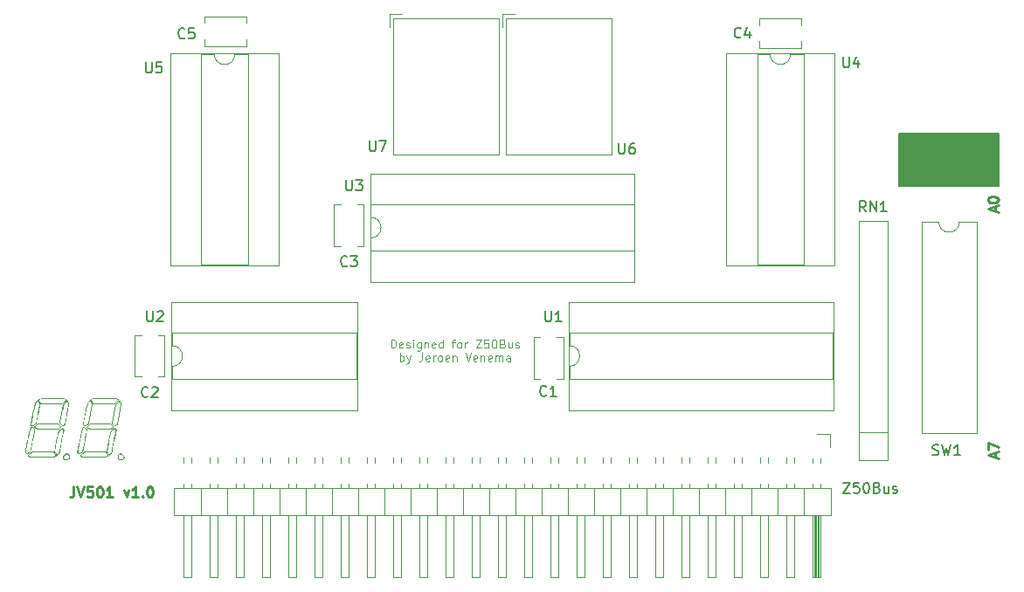
<source format=gto>
G04 #@! TF.GenerationSoftware,KiCad,Pcbnew,(6.0.6)*
G04 #@! TF.CreationDate,2022-12-03T11:10:18+01:00*
G04 #@! TF.ProjectId,z50-7segment,7a35302d-3773-4656-976d-656e742e6b69,rev?*
G04 #@! TF.SameCoordinates,Original*
G04 #@! TF.FileFunction,Legend,Top*
G04 #@! TF.FilePolarity,Positive*
%FSLAX46Y46*%
G04 Gerber Fmt 4.6, Leading zero omitted, Abs format (unit mm)*
G04 Created by KiCad (PCBNEW (6.0.6)) date 2022-12-03 11:10:18*
%MOMM*%
%LPD*%
G01*
G04 APERTURE LIST*
%ADD10C,0.125000*%
%ADD11C,0.250000*%
%ADD12C,0.150000*%
%ADD13C,0.120000*%
%ADD14C,1.600000*%
%ADD15R,2.400000X1.600000*%
%ADD16O,2.400000X1.600000*%
%ADD17R,1.600000X2.400000*%
%ADD18O,1.600000X2.400000*%
%ADD19R,1.700000X1.700000*%
%ADD20C,1.700000*%
%ADD21R,1.600000X1.600000*%
%ADD22O,1.600000X1.600000*%
%ADD23O,1.700000X1.700000*%
G04 APERTURE END LIST*
D10*
X139243571Y-104111904D02*
X139243571Y-103311904D01*
X139434047Y-103311904D01*
X139548333Y-103350000D01*
X139624523Y-103426190D01*
X139662619Y-103502380D01*
X139700714Y-103654761D01*
X139700714Y-103769047D01*
X139662619Y-103921428D01*
X139624523Y-103997619D01*
X139548333Y-104073809D01*
X139434047Y-104111904D01*
X139243571Y-104111904D01*
X140348333Y-104073809D02*
X140272142Y-104111904D01*
X140119761Y-104111904D01*
X140043571Y-104073809D01*
X140005476Y-103997619D01*
X140005476Y-103692857D01*
X140043571Y-103616666D01*
X140119761Y-103578571D01*
X140272142Y-103578571D01*
X140348333Y-103616666D01*
X140386428Y-103692857D01*
X140386428Y-103769047D01*
X140005476Y-103845238D01*
X140691190Y-104073809D02*
X140767380Y-104111904D01*
X140919761Y-104111904D01*
X140995952Y-104073809D01*
X141034047Y-103997619D01*
X141034047Y-103959523D01*
X140995952Y-103883333D01*
X140919761Y-103845238D01*
X140805476Y-103845238D01*
X140729285Y-103807142D01*
X140691190Y-103730952D01*
X140691190Y-103692857D01*
X140729285Y-103616666D01*
X140805476Y-103578571D01*
X140919761Y-103578571D01*
X140995952Y-103616666D01*
X141376904Y-104111904D02*
X141376904Y-103578571D01*
X141376904Y-103311904D02*
X141338809Y-103350000D01*
X141376904Y-103388095D01*
X141415000Y-103350000D01*
X141376904Y-103311904D01*
X141376904Y-103388095D01*
X142100714Y-103578571D02*
X142100714Y-104226190D01*
X142062619Y-104302380D01*
X142024523Y-104340476D01*
X141948333Y-104378571D01*
X141834047Y-104378571D01*
X141757857Y-104340476D01*
X142100714Y-104073809D02*
X142024523Y-104111904D01*
X141872142Y-104111904D01*
X141795952Y-104073809D01*
X141757857Y-104035714D01*
X141719761Y-103959523D01*
X141719761Y-103730952D01*
X141757857Y-103654761D01*
X141795952Y-103616666D01*
X141872142Y-103578571D01*
X142024523Y-103578571D01*
X142100714Y-103616666D01*
X142481666Y-103578571D02*
X142481666Y-104111904D01*
X142481666Y-103654761D02*
X142519761Y-103616666D01*
X142595952Y-103578571D01*
X142710238Y-103578571D01*
X142786428Y-103616666D01*
X142824523Y-103692857D01*
X142824523Y-104111904D01*
X143510238Y-104073809D02*
X143434047Y-104111904D01*
X143281666Y-104111904D01*
X143205476Y-104073809D01*
X143167380Y-103997619D01*
X143167380Y-103692857D01*
X143205476Y-103616666D01*
X143281666Y-103578571D01*
X143434047Y-103578571D01*
X143510238Y-103616666D01*
X143548333Y-103692857D01*
X143548333Y-103769047D01*
X143167380Y-103845238D01*
X144234047Y-104111904D02*
X144234047Y-103311904D01*
X144234047Y-104073809D02*
X144157857Y-104111904D01*
X144005476Y-104111904D01*
X143929285Y-104073809D01*
X143891190Y-104035714D01*
X143853095Y-103959523D01*
X143853095Y-103730952D01*
X143891190Y-103654761D01*
X143929285Y-103616666D01*
X144005476Y-103578571D01*
X144157857Y-103578571D01*
X144234047Y-103616666D01*
X145110238Y-103578571D02*
X145415000Y-103578571D01*
X145224523Y-104111904D02*
X145224523Y-103426190D01*
X145262619Y-103350000D01*
X145338809Y-103311904D01*
X145415000Y-103311904D01*
X145795952Y-104111904D02*
X145719761Y-104073809D01*
X145681666Y-104035714D01*
X145643571Y-103959523D01*
X145643571Y-103730952D01*
X145681666Y-103654761D01*
X145719761Y-103616666D01*
X145795952Y-103578571D01*
X145910238Y-103578571D01*
X145986428Y-103616666D01*
X146024523Y-103654761D01*
X146062619Y-103730952D01*
X146062619Y-103959523D01*
X146024523Y-104035714D01*
X145986428Y-104073809D01*
X145910238Y-104111904D01*
X145795952Y-104111904D01*
X146405476Y-104111904D02*
X146405476Y-103578571D01*
X146405476Y-103730952D02*
X146443571Y-103654761D01*
X146481666Y-103616666D01*
X146557857Y-103578571D01*
X146634047Y-103578571D01*
X147434047Y-103311904D02*
X147967380Y-103311904D01*
X147434047Y-104111904D01*
X147967380Y-104111904D01*
X148653095Y-103311904D02*
X148272142Y-103311904D01*
X148234047Y-103692857D01*
X148272142Y-103654761D01*
X148348333Y-103616666D01*
X148538809Y-103616666D01*
X148615000Y-103654761D01*
X148653095Y-103692857D01*
X148691190Y-103769047D01*
X148691190Y-103959523D01*
X148653095Y-104035714D01*
X148615000Y-104073809D01*
X148538809Y-104111904D01*
X148348333Y-104111904D01*
X148272142Y-104073809D01*
X148234047Y-104035714D01*
X149186428Y-103311904D02*
X149262619Y-103311904D01*
X149338809Y-103350000D01*
X149376904Y-103388095D01*
X149414999Y-103464285D01*
X149453095Y-103616666D01*
X149453095Y-103807142D01*
X149414999Y-103959523D01*
X149376904Y-104035714D01*
X149338809Y-104073809D01*
X149262619Y-104111904D01*
X149186428Y-104111904D01*
X149110238Y-104073809D01*
X149072142Y-104035714D01*
X149034047Y-103959523D01*
X148995952Y-103807142D01*
X148995952Y-103616666D01*
X149034047Y-103464285D01*
X149072142Y-103388095D01*
X149110238Y-103350000D01*
X149186428Y-103311904D01*
X150062619Y-103692857D02*
X150176904Y-103730952D01*
X150214999Y-103769047D01*
X150253095Y-103845238D01*
X150253095Y-103959523D01*
X150214999Y-104035714D01*
X150176904Y-104073809D01*
X150100714Y-104111904D01*
X149795952Y-104111904D01*
X149795952Y-103311904D01*
X150062619Y-103311904D01*
X150138809Y-103350000D01*
X150176904Y-103388095D01*
X150214999Y-103464285D01*
X150214999Y-103540476D01*
X150176904Y-103616666D01*
X150138809Y-103654761D01*
X150062619Y-103692857D01*
X149795952Y-103692857D01*
X150938809Y-103578571D02*
X150938809Y-104111904D01*
X150595952Y-103578571D02*
X150595952Y-103997619D01*
X150634047Y-104073809D01*
X150710238Y-104111904D01*
X150824523Y-104111904D01*
X150900714Y-104073809D01*
X150938809Y-104035714D01*
X151281666Y-104073809D02*
X151357857Y-104111904D01*
X151510238Y-104111904D01*
X151586428Y-104073809D01*
X151624523Y-103997619D01*
X151624523Y-103959523D01*
X151586428Y-103883333D01*
X151510238Y-103845238D01*
X151395952Y-103845238D01*
X151319761Y-103807142D01*
X151281666Y-103730952D01*
X151281666Y-103692857D01*
X151319761Y-103616666D01*
X151395952Y-103578571D01*
X151510238Y-103578571D01*
X151586428Y-103616666D01*
X140081666Y-105399904D02*
X140081666Y-104599904D01*
X140081666Y-104904666D02*
X140157857Y-104866571D01*
X140310238Y-104866571D01*
X140386428Y-104904666D01*
X140424523Y-104942761D01*
X140462619Y-105018952D01*
X140462619Y-105247523D01*
X140424523Y-105323714D01*
X140386428Y-105361809D01*
X140310238Y-105399904D01*
X140157857Y-105399904D01*
X140081666Y-105361809D01*
X140729285Y-104866571D02*
X140919761Y-105399904D01*
X141110238Y-104866571D02*
X140919761Y-105399904D01*
X140843571Y-105590380D01*
X140805476Y-105628476D01*
X140729285Y-105666571D01*
X142253095Y-104599904D02*
X142253095Y-105171333D01*
X142215000Y-105285619D01*
X142138809Y-105361809D01*
X142024523Y-105399904D01*
X141948333Y-105399904D01*
X142938809Y-105361809D02*
X142862619Y-105399904D01*
X142710238Y-105399904D01*
X142634047Y-105361809D01*
X142595952Y-105285619D01*
X142595952Y-104980857D01*
X142634047Y-104904666D01*
X142710238Y-104866571D01*
X142862619Y-104866571D01*
X142938809Y-104904666D01*
X142976904Y-104980857D01*
X142976904Y-105057047D01*
X142595952Y-105133238D01*
X143319761Y-105399904D02*
X143319761Y-104866571D01*
X143319761Y-105018952D02*
X143357857Y-104942761D01*
X143395952Y-104904666D01*
X143472142Y-104866571D01*
X143548333Y-104866571D01*
X143929285Y-105399904D02*
X143853095Y-105361809D01*
X143815000Y-105323714D01*
X143776904Y-105247523D01*
X143776904Y-105018952D01*
X143815000Y-104942761D01*
X143853095Y-104904666D01*
X143929285Y-104866571D01*
X144043571Y-104866571D01*
X144119761Y-104904666D01*
X144157857Y-104942761D01*
X144195952Y-105018952D01*
X144195952Y-105247523D01*
X144157857Y-105323714D01*
X144119761Y-105361809D01*
X144043571Y-105399904D01*
X143929285Y-105399904D01*
X144843571Y-105361809D02*
X144767380Y-105399904D01*
X144615000Y-105399904D01*
X144538809Y-105361809D01*
X144500714Y-105285619D01*
X144500714Y-104980857D01*
X144538809Y-104904666D01*
X144615000Y-104866571D01*
X144767380Y-104866571D01*
X144843571Y-104904666D01*
X144881666Y-104980857D01*
X144881666Y-105057047D01*
X144500714Y-105133238D01*
X145224523Y-104866571D02*
X145224523Y-105399904D01*
X145224523Y-104942761D02*
X145262619Y-104904666D01*
X145338809Y-104866571D01*
X145453095Y-104866571D01*
X145529285Y-104904666D01*
X145567380Y-104980857D01*
X145567380Y-105399904D01*
X146443571Y-104599904D02*
X146710238Y-105399904D01*
X146976904Y-104599904D01*
X147548333Y-105361809D02*
X147472142Y-105399904D01*
X147319761Y-105399904D01*
X147243571Y-105361809D01*
X147205476Y-105285619D01*
X147205476Y-104980857D01*
X147243571Y-104904666D01*
X147319761Y-104866571D01*
X147472142Y-104866571D01*
X147548333Y-104904666D01*
X147586428Y-104980857D01*
X147586428Y-105057047D01*
X147205476Y-105133238D01*
X147929285Y-104866571D02*
X147929285Y-105399904D01*
X147929285Y-104942761D02*
X147967380Y-104904666D01*
X148043571Y-104866571D01*
X148157857Y-104866571D01*
X148234047Y-104904666D01*
X148272142Y-104980857D01*
X148272142Y-105399904D01*
X148957857Y-105361809D02*
X148881666Y-105399904D01*
X148729285Y-105399904D01*
X148653095Y-105361809D01*
X148615000Y-105285619D01*
X148615000Y-104980857D01*
X148653095Y-104904666D01*
X148729285Y-104866571D01*
X148881666Y-104866571D01*
X148957857Y-104904666D01*
X148995952Y-104980857D01*
X148995952Y-105057047D01*
X148615000Y-105133238D01*
X149338809Y-105399904D02*
X149338809Y-104866571D01*
X149338809Y-104942761D02*
X149376904Y-104904666D01*
X149453095Y-104866571D01*
X149567380Y-104866571D01*
X149643571Y-104904666D01*
X149681666Y-104980857D01*
X149681666Y-105399904D01*
X149681666Y-104980857D02*
X149719761Y-104904666D01*
X149795952Y-104866571D01*
X149910238Y-104866571D01*
X149986428Y-104904666D01*
X150024523Y-104980857D01*
X150024523Y-105399904D01*
X150748333Y-105399904D02*
X150748333Y-104980857D01*
X150710238Y-104904666D01*
X150634047Y-104866571D01*
X150481666Y-104866571D01*
X150405476Y-104904666D01*
X150748333Y-105361809D02*
X150672142Y-105399904D01*
X150481666Y-105399904D01*
X150405476Y-105361809D01*
X150367380Y-105285619D01*
X150367380Y-105209428D01*
X150405476Y-105133238D01*
X150481666Y-105095142D01*
X150672142Y-105095142D01*
X150748333Y-105057047D01*
D11*
X108474333Y-117562380D02*
X108474333Y-118276666D01*
X108426714Y-118419523D01*
X108331476Y-118514761D01*
X108188619Y-118562380D01*
X108093380Y-118562380D01*
X108807666Y-117562380D02*
X109141000Y-118562380D01*
X109474333Y-117562380D01*
X110283857Y-117562380D02*
X109807666Y-117562380D01*
X109760047Y-118038571D01*
X109807666Y-117990952D01*
X109902904Y-117943333D01*
X110141000Y-117943333D01*
X110236238Y-117990952D01*
X110283857Y-118038571D01*
X110331476Y-118133809D01*
X110331476Y-118371904D01*
X110283857Y-118467142D01*
X110236238Y-118514761D01*
X110141000Y-118562380D01*
X109902904Y-118562380D01*
X109807666Y-118514761D01*
X109760047Y-118467142D01*
X110950523Y-117562380D02*
X111045761Y-117562380D01*
X111141000Y-117610000D01*
X111188619Y-117657619D01*
X111236238Y-117752857D01*
X111283857Y-117943333D01*
X111283857Y-118181428D01*
X111236238Y-118371904D01*
X111188619Y-118467142D01*
X111141000Y-118514761D01*
X111045761Y-118562380D01*
X110950523Y-118562380D01*
X110855285Y-118514761D01*
X110807666Y-118467142D01*
X110760047Y-118371904D01*
X110712428Y-118181428D01*
X110712428Y-117943333D01*
X110760047Y-117752857D01*
X110807666Y-117657619D01*
X110855285Y-117610000D01*
X110950523Y-117562380D01*
X112236238Y-118562380D02*
X111664809Y-118562380D01*
X111950523Y-118562380D02*
X111950523Y-117562380D01*
X111855285Y-117705238D01*
X111760047Y-117800476D01*
X111664809Y-117848095D01*
X113331476Y-117895714D02*
X113569571Y-118562380D01*
X113807666Y-117895714D01*
X114712428Y-118562380D02*
X114141000Y-118562380D01*
X114426714Y-118562380D02*
X114426714Y-117562380D01*
X114331476Y-117705238D01*
X114236238Y-117800476D01*
X114141000Y-117848095D01*
X115141000Y-118467142D02*
X115188619Y-118514761D01*
X115141000Y-118562380D01*
X115093380Y-118514761D01*
X115141000Y-118467142D01*
X115141000Y-118562380D01*
X115807666Y-117562380D02*
X115902904Y-117562380D01*
X115998142Y-117610000D01*
X116045761Y-117657619D01*
X116093380Y-117752857D01*
X116141000Y-117943333D01*
X116141000Y-118181428D01*
X116093380Y-118371904D01*
X116045761Y-118467142D01*
X115998142Y-118514761D01*
X115902904Y-118562380D01*
X115807666Y-118562380D01*
X115712428Y-118514761D01*
X115664809Y-118467142D01*
X115617190Y-118371904D01*
X115569571Y-118181428D01*
X115569571Y-117943333D01*
X115617190Y-117752857D01*
X115664809Y-117657619D01*
X115712428Y-117610000D01*
X115807666Y-117562380D01*
D12*
X198120000Y-88392000D02*
X188468000Y-88392000D01*
X188468000Y-88392000D02*
X188468000Y-83312000D01*
X188468000Y-83312000D02*
X198120000Y-83312000D01*
X198120000Y-83312000D02*
X198120000Y-88392000D01*
G36*
X198120000Y-88392000D02*
G01*
X188468000Y-88392000D01*
X188468000Y-83312000D01*
X198120000Y-83312000D01*
X198120000Y-88392000D01*
G37*
D11*
X197778666Y-90884285D02*
X197778666Y-90408095D01*
X198064380Y-90979523D02*
X197064380Y-90646190D01*
X198064380Y-90312857D01*
X197064380Y-89789047D02*
X197064380Y-89693809D01*
X197112000Y-89598571D01*
X197159619Y-89550952D01*
X197254857Y-89503333D01*
X197445333Y-89455714D01*
X197683428Y-89455714D01*
X197873904Y-89503333D01*
X197969142Y-89550952D01*
X198016761Y-89598571D01*
X198064380Y-89693809D01*
X198064380Y-89789047D01*
X198016761Y-89884285D01*
X197969142Y-89931904D01*
X197873904Y-89979523D01*
X197683428Y-90027142D01*
X197445333Y-90027142D01*
X197254857Y-89979523D01*
X197159619Y-89931904D01*
X197112000Y-89884285D01*
X197064380Y-89789047D01*
X197778666Y-114760285D02*
X197778666Y-114284095D01*
X198064380Y-114855523D02*
X197064380Y-114522190D01*
X198064380Y-114188857D01*
X197064380Y-113950761D02*
X197064380Y-113284095D01*
X198064380Y-113712666D01*
D12*
X183031142Y-117181380D02*
X183697809Y-117181380D01*
X183031142Y-118181380D01*
X183697809Y-118181380D01*
X184554952Y-117181380D02*
X184078761Y-117181380D01*
X184031142Y-117657571D01*
X184078761Y-117609952D01*
X184174000Y-117562333D01*
X184412095Y-117562333D01*
X184507333Y-117609952D01*
X184554952Y-117657571D01*
X184602571Y-117752809D01*
X184602571Y-117990904D01*
X184554952Y-118086142D01*
X184507333Y-118133761D01*
X184412095Y-118181380D01*
X184174000Y-118181380D01*
X184078761Y-118133761D01*
X184031142Y-118086142D01*
X185221619Y-117181380D02*
X185316857Y-117181380D01*
X185412095Y-117229000D01*
X185459714Y-117276619D01*
X185507333Y-117371857D01*
X185554952Y-117562333D01*
X185554952Y-117800428D01*
X185507333Y-117990904D01*
X185459714Y-118086142D01*
X185412095Y-118133761D01*
X185316857Y-118181380D01*
X185221619Y-118181380D01*
X185126380Y-118133761D01*
X185078761Y-118086142D01*
X185031142Y-117990904D01*
X184983523Y-117800428D01*
X184983523Y-117562333D01*
X185031142Y-117371857D01*
X185078761Y-117276619D01*
X185126380Y-117229000D01*
X185221619Y-117181380D01*
X186316857Y-117657571D02*
X186459714Y-117705190D01*
X186507333Y-117752809D01*
X186554952Y-117848047D01*
X186554952Y-117990904D01*
X186507333Y-118086142D01*
X186459714Y-118133761D01*
X186364476Y-118181380D01*
X185983523Y-118181380D01*
X185983523Y-117181380D01*
X186316857Y-117181380D01*
X186412095Y-117229000D01*
X186459714Y-117276619D01*
X186507333Y-117371857D01*
X186507333Y-117467095D01*
X186459714Y-117562333D01*
X186412095Y-117609952D01*
X186316857Y-117657571D01*
X185983523Y-117657571D01*
X187412095Y-117514714D02*
X187412095Y-118181380D01*
X186983523Y-117514714D02*
X186983523Y-118038523D01*
X187031142Y-118133761D01*
X187126380Y-118181380D01*
X187269238Y-118181380D01*
X187364476Y-118133761D01*
X187412095Y-118086142D01*
X187840666Y-118133761D02*
X187935904Y-118181380D01*
X188126380Y-118181380D01*
X188221619Y-118133761D01*
X188269238Y-118038523D01*
X188269238Y-117990904D01*
X188221619Y-117895666D01*
X188126380Y-117848047D01*
X187983523Y-117848047D01*
X187888285Y-117800428D01*
X187840666Y-117705190D01*
X187840666Y-117657571D01*
X187888285Y-117562333D01*
X187983523Y-117514714D01*
X188126380Y-117514714D01*
X188221619Y-117562333D01*
X173113333Y-73957142D02*
X173065714Y-74004761D01*
X172922857Y-74052380D01*
X172827619Y-74052380D01*
X172684761Y-74004761D01*
X172589523Y-73909523D01*
X172541904Y-73814285D01*
X172494285Y-73623809D01*
X172494285Y-73480952D01*
X172541904Y-73290476D01*
X172589523Y-73195238D01*
X172684761Y-73100000D01*
X172827619Y-73052380D01*
X172922857Y-73052380D01*
X173065714Y-73100000D01*
X173113333Y-73147619D01*
X173970476Y-73385714D02*
X173970476Y-74052380D01*
X173732380Y-73004761D02*
X173494285Y-73719047D01*
X174113333Y-73719047D01*
X183026095Y-75906380D02*
X183026095Y-76715904D01*
X183073714Y-76811142D01*
X183121333Y-76858761D01*
X183216571Y-76906380D01*
X183407047Y-76906380D01*
X183502285Y-76858761D01*
X183549904Y-76811142D01*
X183597523Y-76715904D01*
X183597523Y-75906380D01*
X184502285Y-76239714D02*
X184502285Y-76906380D01*
X184264190Y-75858761D02*
X184026095Y-76573047D01*
X184645142Y-76573047D01*
X154178095Y-100544380D02*
X154178095Y-101353904D01*
X154225714Y-101449142D01*
X154273333Y-101496761D01*
X154368571Y-101544380D01*
X154559047Y-101544380D01*
X154654285Y-101496761D01*
X154701904Y-101449142D01*
X154749523Y-101353904D01*
X154749523Y-100544380D01*
X155749523Y-101544380D02*
X155178095Y-101544380D01*
X155463809Y-101544380D02*
X155463809Y-100544380D01*
X155368571Y-100687238D01*
X155273333Y-100782476D01*
X155178095Y-100830095D01*
X137160095Y-84034380D02*
X137160095Y-84843904D01*
X137207714Y-84939142D01*
X137255333Y-84986761D01*
X137350571Y-85034380D01*
X137541047Y-85034380D01*
X137636285Y-84986761D01*
X137683904Y-84939142D01*
X137731523Y-84843904D01*
X137731523Y-84034380D01*
X138112476Y-84034380D02*
X138779142Y-84034380D01*
X138350571Y-85034380D01*
X154283333Y-108682142D02*
X154235714Y-108729761D01*
X154092857Y-108777380D01*
X153997619Y-108777380D01*
X153854761Y-108729761D01*
X153759523Y-108634523D01*
X153711904Y-108539285D01*
X153664285Y-108348809D01*
X153664285Y-108205952D01*
X153711904Y-108015476D01*
X153759523Y-107920238D01*
X153854761Y-107825000D01*
X153997619Y-107777380D01*
X154092857Y-107777380D01*
X154235714Y-107825000D01*
X154283333Y-107872619D01*
X155235714Y-108777380D02*
X154664285Y-108777380D01*
X154950000Y-108777380D02*
X154950000Y-107777380D01*
X154854761Y-107920238D01*
X154759523Y-108015476D01*
X154664285Y-108063095D01*
X134961333Y-96115142D02*
X134913714Y-96162761D01*
X134770857Y-96210380D01*
X134675619Y-96210380D01*
X134532761Y-96162761D01*
X134437523Y-96067523D01*
X134389904Y-95972285D01*
X134342285Y-95781809D01*
X134342285Y-95638952D01*
X134389904Y-95448476D01*
X134437523Y-95353238D01*
X134532761Y-95258000D01*
X134675619Y-95210380D01*
X134770857Y-95210380D01*
X134913714Y-95258000D01*
X134961333Y-95305619D01*
X135294666Y-95210380D02*
X135913714Y-95210380D01*
X135580380Y-95591333D01*
X135723238Y-95591333D01*
X135818476Y-95638952D01*
X135866095Y-95686571D01*
X135913714Y-95781809D01*
X135913714Y-96019904D01*
X135866095Y-96115142D01*
X135818476Y-96162761D01*
X135723238Y-96210380D01*
X135437523Y-96210380D01*
X135342285Y-96162761D01*
X135294666Y-96115142D01*
X185237523Y-90876380D02*
X184904190Y-90400190D01*
X184666095Y-90876380D02*
X184666095Y-89876380D01*
X185047047Y-89876380D01*
X185142285Y-89924000D01*
X185189904Y-89971619D01*
X185237523Y-90066857D01*
X185237523Y-90209714D01*
X185189904Y-90304952D01*
X185142285Y-90352571D01*
X185047047Y-90400190D01*
X184666095Y-90400190D01*
X185666095Y-90876380D02*
X185666095Y-89876380D01*
X186237523Y-90876380D01*
X186237523Y-89876380D01*
X187237523Y-90876380D02*
X186666095Y-90876380D01*
X186951809Y-90876380D02*
X186951809Y-89876380D01*
X186856571Y-90019238D01*
X186761333Y-90114476D01*
X186666095Y-90162095D01*
X115570095Y-100544380D02*
X115570095Y-101353904D01*
X115617714Y-101449142D01*
X115665333Y-101496761D01*
X115760571Y-101544380D01*
X115951047Y-101544380D01*
X116046285Y-101496761D01*
X116093904Y-101449142D01*
X116141523Y-101353904D01*
X116141523Y-100544380D01*
X116570095Y-100639619D02*
X116617714Y-100592000D01*
X116712952Y-100544380D01*
X116951047Y-100544380D01*
X117046285Y-100592000D01*
X117093904Y-100639619D01*
X117141523Y-100734857D01*
X117141523Y-100830095D01*
X117093904Y-100972952D01*
X116522476Y-101544380D01*
X117141523Y-101544380D01*
X119213333Y-74017142D02*
X119165714Y-74064761D01*
X119022857Y-74112380D01*
X118927619Y-74112380D01*
X118784761Y-74064761D01*
X118689523Y-73969523D01*
X118641904Y-73874285D01*
X118594285Y-73683809D01*
X118594285Y-73540952D01*
X118641904Y-73350476D01*
X118689523Y-73255238D01*
X118784761Y-73160000D01*
X118927619Y-73112380D01*
X119022857Y-73112380D01*
X119165714Y-73160000D01*
X119213333Y-73207619D01*
X120118095Y-73112380D02*
X119641904Y-73112380D01*
X119594285Y-73588571D01*
X119641904Y-73540952D01*
X119737142Y-73493333D01*
X119975238Y-73493333D01*
X120070476Y-73540952D01*
X120118095Y-73588571D01*
X120165714Y-73683809D01*
X120165714Y-73921904D01*
X120118095Y-74017142D01*
X120070476Y-74064761D01*
X119975238Y-74112380D01*
X119737142Y-74112380D01*
X119641904Y-74064761D01*
X119594285Y-74017142D01*
X191706666Y-114450761D02*
X191849523Y-114498380D01*
X192087619Y-114498380D01*
X192182857Y-114450761D01*
X192230476Y-114403142D01*
X192278095Y-114307904D01*
X192278095Y-114212666D01*
X192230476Y-114117428D01*
X192182857Y-114069809D01*
X192087619Y-114022190D01*
X191897142Y-113974571D01*
X191801904Y-113926952D01*
X191754285Y-113879333D01*
X191706666Y-113784095D01*
X191706666Y-113688857D01*
X191754285Y-113593619D01*
X191801904Y-113546000D01*
X191897142Y-113498380D01*
X192135238Y-113498380D01*
X192278095Y-113546000D01*
X192611428Y-113498380D02*
X192849523Y-114498380D01*
X193040000Y-113784095D01*
X193230476Y-114498380D01*
X193468571Y-113498380D01*
X194373333Y-114498380D02*
X193801904Y-114498380D01*
X194087619Y-114498380D02*
X194087619Y-113498380D01*
X193992380Y-113641238D01*
X193897142Y-113736476D01*
X193801904Y-113784095D01*
X134874095Y-87844380D02*
X134874095Y-88653904D01*
X134921714Y-88749142D01*
X134969333Y-88796761D01*
X135064571Y-88844380D01*
X135255047Y-88844380D01*
X135350285Y-88796761D01*
X135397904Y-88749142D01*
X135445523Y-88653904D01*
X135445523Y-87844380D01*
X135826476Y-87844380D02*
X136445523Y-87844380D01*
X136112190Y-88225333D01*
X136255047Y-88225333D01*
X136350285Y-88272952D01*
X136397904Y-88320571D01*
X136445523Y-88415809D01*
X136445523Y-88653904D01*
X136397904Y-88749142D01*
X136350285Y-88796761D01*
X136255047Y-88844380D01*
X135969333Y-88844380D01*
X135874095Y-88796761D01*
X135826476Y-88749142D01*
X115662333Y-108805142D02*
X115614714Y-108852761D01*
X115471857Y-108900380D01*
X115376619Y-108900380D01*
X115233761Y-108852761D01*
X115138523Y-108757523D01*
X115090904Y-108662285D01*
X115043285Y-108471809D01*
X115043285Y-108328952D01*
X115090904Y-108138476D01*
X115138523Y-108043238D01*
X115233761Y-107948000D01*
X115376619Y-107900380D01*
X115471857Y-107900380D01*
X115614714Y-107948000D01*
X115662333Y-107995619D01*
X116043285Y-107995619D02*
X116090904Y-107948000D01*
X116186142Y-107900380D01*
X116424238Y-107900380D01*
X116519476Y-107948000D01*
X116567095Y-107995619D01*
X116614714Y-108090857D01*
X116614714Y-108186095D01*
X116567095Y-108328952D01*
X115995666Y-108900380D01*
X116614714Y-108900380D01*
X115460095Y-76414380D02*
X115460095Y-77223904D01*
X115507714Y-77319142D01*
X115555333Y-77366761D01*
X115650571Y-77414380D01*
X115841047Y-77414380D01*
X115936285Y-77366761D01*
X115983904Y-77319142D01*
X116031523Y-77223904D01*
X116031523Y-76414380D01*
X116983904Y-76414380D02*
X116507714Y-76414380D01*
X116460095Y-76890571D01*
X116507714Y-76842952D01*
X116602952Y-76795333D01*
X116841047Y-76795333D01*
X116936285Y-76842952D01*
X116983904Y-76890571D01*
X117031523Y-76985809D01*
X117031523Y-77223904D01*
X116983904Y-77319142D01*
X116936285Y-77366761D01*
X116841047Y-77414380D01*
X116602952Y-77414380D01*
X116507714Y-77366761D01*
X116460095Y-77319142D01*
X161290095Y-84288380D02*
X161290095Y-85097904D01*
X161337714Y-85193142D01*
X161385333Y-85240761D01*
X161480571Y-85288380D01*
X161671047Y-85288380D01*
X161766285Y-85240761D01*
X161813904Y-85193142D01*
X161861523Y-85097904D01*
X161861523Y-84288380D01*
X162766285Y-84288380D02*
X162575809Y-84288380D01*
X162480571Y-84336000D01*
X162432952Y-84383619D01*
X162337714Y-84526476D01*
X162290095Y-84716952D01*
X162290095Y-85097904D01*
X162337714Y-85193142D01*
X162385333Y-85240761D01*
X162480571Y-85288380D01*
X162671047Y-85288380D01*
X162766285Y-85240761D01*
X162813904Y-85193142D01*
X162861523Y-85097904D01*
X162861523Y-84859809D01*
X162813904Y-84764571D01*
X162766285Y-84716952D01*
X162671047Y-84669333D01*
X162480571Y-84669333D01*
X162385333Y-84716952D01*
X162337714Y-84764571D01*
X162290095Y-84859809D01*
G36*
X107512776Y-114486338D02*
G01*
X107621146Y-114388206D01*
X107744986Y-114347262D01*
X107870052Y-114358393D01*
X107982096Y-114416491D01*
X108066872Y-114516444D01*
X108110136Y-114653143D01*
X108112891Y-114701607D01*
X108102738Y-114809644D01*
X108061717Y-114885614D01*
X108006710Y-114938144D01*
X107870789Y-115015368D01*
X107731965Y-115027035D01*
X107601050Y-114973484D01*
X107543016Y-114923491D01*
X107462290Y-114795278D01*
X107445084Y-114654657D01*
X107449546Y-114641635D01*
X107527462Y-114641635D01*
X107528373Y-114751560D01*
X107582161Y-114854052D01*
X107617137Y-114886940D01*
X107738464Y-114949187D01*
X107855178Y-114942923D01*
X107959161Y-114873758D01*
X108026552Y-114766202D01*
X108036053Y-114652201D01*
X107994711Y-114548694D01*
X107909575Y-114472622D01*
X107787693Y-114440925D01*
X107779022Y-114440804D01*
X107659084Y-114468903D01*
X107573131Y-114541632D01*
X107527462Y-114641635D01*
X107449546Y-114641635D01*
X107492428Y-114516498D01*
X107512776Y-114486338D01*
G37*
G36*
X112725675Y-114595062D02*
G01*
X112782727Y-114481797D01*
X112881734Y-114397842D01*
X113017967Y-114357637D01*
X113053422Y-114356095D01*
X113191490Y-114387637D01*
X113303658Y-114472173D01*
X113375107Y-114594573D01*
X113393054Y-114702835D01*
X113362918Y-114831942D01*
X113283661Y-114934955D01*
X113172006Y-115003705D01*
X113044679Y-115030025D01*
X112918403Y-115005745D01*
X112853547Y-114966327D01*
X112756356Y-114851767D01*
X112716439Y-114726740D01*
X112801349Y-114726740D01*
X112844872Y-114830909D01*
X112923901Y-114910013D01*
X113029209Y-114947285D01*
X113096252Y-114943629D01*
X113185790Y-114915179D01*
X113245150Y-114879585D01*
X113302084Y-114778286D01*
X113307775Y-114657146D01*
X113261427Y-114543435D01*
X113255203Y-114535164D01*
X113160512Y-114462718D01*
X113043109Y-114437090D01*
X112928039Y-114459847D01*
X112857732Y-114510271D01*
X112802559Y-114614272D01*
X112801349Y-114726740D01*
X112716439Y-114726740D01*
X112715308Y-114723198D01*
X112725675Y-114595062D01*
G37*
G36*
X104043722Y-114475585D02*
G01*
X104114850Y-114413625D01*
X104212201Y-114335161D01*
X104227823Y-114323011D01*
X104432292Y-114164717D01*
X106559197Y-114164717D01*
X106814233Y-114548829D01*
X106712950Y-114631619D01*
X106611668Y-114714409D01*
X104218458Y-114716891D01*
X104110831Y-114626328D01*
X104045734Y-114563652D01*
X104013789Y-114517030D01*
X104013605Y-114513970D01*
X104107102Y-114513970D01*
X104186015Y-114579772D01*
X104210965Y-114597623D01*
X104243337Y-114611941D01*
X104290475Y-114623122D01*
X104359723Y-114631563D01*
X104458427Y-114637661D01*
X104593931Y-114641814D01*
X104773580Y-114644418D01*
X105004717Y-114645870D01*
X105294688Y-114646568D01*
X105424322Y-114646721D01*
X105739471Y-114646803D01*
X105992766Y-114646122D01*
X106191372Y-114644322D01*
X106342457Y-114641046D01*
X106453186Y-114635939D01*
X106530726Y-114628645D01*
X106582243Y-114618807D01*
X106614903Y-114606069D01*
X106635872Y-114590076D01*
X106639390Y-114586349D01*
X106669718Y-114544195D01*
X106670654Y-114500034D01*
X106638874Y-114431746D01*
X106608272Y-114379284D01*
X106521479Y-114233739D01*
X104478266Y-114233739D01*
X104292684Y-114373854D01*
X104107102Y-114513970D01*
X104013605Y-114513970D01*
X104013278Y-114508535D01*
X104043722Y-114475585D01*
G37*
G36*
X109171695Y-114411783D02*
G01*
X109266881Y-114335002D01*
X109283639Y-114322033D01*
X109488083Y-114164717D01*
X111625804Y-114164717D01*
X111732935Y-114331665D01*
X111800740Y-114441879D01*
X111831210Y-114513684D01*
X111825974Y-114565641D01*
X111786663Y-114616310D01*
X111760191Y-114641853D01*
X111737434Y-114661758D01*
X111711162Y-114677789D01*
X111674189Y-114690367D01*
X111619324Y-114699910D01*
X111539379Y-114706836D01*
X111427165Y-114711566D01*
X111275493Y-114714517D01*
X111077175Y-114716109D01*
X110825021Y-114716760D01*
X110511842Y-114716890D01*
X110472490Y-114716891D01*
X109264663Y-114716891D01*
X109171929Y-114620098D01*
X109112483Y-114552906D01*
X109080802Y-114507076D01*
X109079195Y-114501327D01*
X109081841Y-114498189D01*
X109185815Y-114498189D01*
X109195419Y-114528416D01*
X109234303Y-114578636D01*
X109253732Y-114597330D01*
X109279410Y-114612320D01*
X109318573Y-114624013D01*
X109378457Y-114632817D01*
X109466300Y-114639142D01*
X109589339Y-114643396D01*
X109754809Y-114645986D01*
X109969949Y-114647322D01*
X110241994Y-114647811D01*
X110461156Y-114647869D01*
X110778005Y-114647609D01*
X111033071Y-114646594D01*
X111233591Y-114644470D01*
X111386803Y-114640884D01*
X111499944Y-114635483D01*
X111580250Y-114627913D01*
X111634961Y-114617820D01*
X111671312Y-114604852D01*
X111696541Y-114588654D01*
X111697976Y-114587475D01*
X111770599Y-114527081D01*
X111581233Y-114234235D01*
X110559498Y-114233987D01*
X109537762Y-114233739D01*
X109368873Y-114360357D01*
X109277633Y-114428850D01*
X109210855Y-114479147D01*
X109185815Y-114498189D01*
X109081841Y-114498189D01*
X109104591Y-114471208D01*
X109171695Y-114411783D01*
G37*
G36*
X106601010Y-114053852D02*
G01*
X106619630Y-113946330D01*
X106648515Y-113789847D01*
X106685908Y-113593738D01*
X106730052Y-113367338D01*
X106779187Y-113119983D01*
X106784222Y-113094880D01*
X106833466Y-112849271D01*
X106877959Y-112626757D01*
X106915975Y-112436015D01*
X106945789Y-112285725D01*
X106965675Y-112184567D01*
X106973908Y-112141217D01*
X106974032Y-112140266D01*
X107000350Y-112117997D01*
X107069868Y-112067554D01*
X107168431Y-111999162D01*
X107185003Y-111987880D01*
X107395973Y-111844613D01*
X107484006Y-111932645D01*
X107572038Y-112020678D01*
X107377771Y-112997792D01*
X107326630Y-113255672D01*
X107278857Y-113497800D01*
X107236427Y-113714082D01*
X107201310Y-113894422D01*
X107175480Y-114028725D01*
X107160910Y-114106896D01*
X107159853Y-114112951D01*
X107131140Y-114198443D01*
X107077261Y-114302212D01*
X107010511Y-114405884D01*
X106943183Y-114491082D01*
X106887572Y-114539430D01*
X106871228Y-114544336D01*
X106840594Y-114517743D01*
X106785226Y-114448169D01*
X106720087Y-114355058D01*
X106654967Y-114247845D01*
X106609548Y-114155614D01*
X106602164Y-114129982D01*
X106659964Y-114129982D01*
X106766625Y-114285007D01*
X106873285Y-114440033D01*
X106975425Y-114323702D01*
X107038353Y-114238392D01*
X107074558Y-114162925D01*
X107077968Y-114142906D01*
X107084654Y-114093773D01*
X107103377Y-113985963D01*
X107132446Y-113828437D01*
X107170168Y-113630162D01*
X107214855Y-113400101D01*
X107264814Y-113147218D01*
X107282153Y-113060369D01*
X107344879Y-112745188D01*
X107393490Y-112492151D01*
X107427664Y-112295774D01*
X107447079Y-112150570D01*
X107451410Y-112051054D01*
X107440334Y-111991741D01*
X107413529Y-111967145D01*
X107370670Y-111971780D01*
X107311434Y-112000162D01*
X107235499Y-112046804D01*
X107222899Y-112054875D01*
X107053009Y-112163894D01*
X106856487Y-113146938D01*
X106659964Y-114129982D01*
X106602164Y-114129982D01*
X106594413Y-114103077D01*
X106601010Y-114053852D01*
G37*
G36*
X111894545Y-112873781D02*
G01*
X111942133Y-112642571D01*
X111983700Y-112442712D01*
X112017494Y-112282550D01*
X112041765Y-112170429D01*
X112054760Y-112114695D01*
X112056323Y-112110052D01*
X112087262Y-112090100D01*
X112160979Y-112043215D01*
X112261886Y-111979309D01*
X112267868Y-111975527D01*
X112471350Y-111846892D01*
X112638754Y-112014296D01*
X112463874Y-112840951D01*
X112412031Y-113090017D01*
X112362718Y-113334349D01*
X112318616Y-113560094D01*
X112282404Y-113753395D01*
X112256765Y-113900398D01*
X112248423Y-113954488D01*
X112223061Y-114108373D01*
X112193498Y-114216284D01*
X112151243Y-114301137D01*
X112089150Y-114384226D01*
X112017765Y-114466136D01*
X111962239Y-114522692D01*
X111942409Y-114537704D01*
X111910808Y-114516589D01*
X111853730Y-114451041D01*
X111782948Y-114354732D01*
X111775741Y-114344190D01*
X111637114Y-114140052D01*
X111641543Y-114118249D01*
X111722630Y-114118249D01*
X111824336Y-114279013D01*
X111926043Y-114439776D01*
X112020389Y-114345385D01*
X112063089Y-114294941D01*
X112096580Y-114231904D01*
X112125467Y-114142132D01*
X112154355Y-114011485D01*
X112185951Y-113836864D01*
X112216781Y-113666901D01*
X112258645Y-113449321D01*
X112307608Y-113203883D01*
X112359734Y-112950350D01*
X112405898Y-112732516D01*
X112461266Y-112470884D01*
X112499914Y-112270664D01*
X112520892Y-112126070D01*
X112523244Y-112031318D01*
X112506019Y-111980621D01*
X112468263Y-111968195D01*
X112409024Y-111988254D01*
X112327349Y-112035013D01*
X112294448Y-112055869D01*
X112246626Y-112085490D01*
X112207663Y-112111028D01*
X112175295Y-112139542D01*
X112147258Y-112178089D01*
X112121286Y-112233726D01*
X112095115Y-112313511D01*
X112066481Y-112424502D01*
X112033120Y-112573756D01*
X111992767Y-112768330D01*
X111943157Y-113015282D01*
X111882026Y-113321670D01*
X111871638Y-113373616D01*
X111722630Y-114118249D01*
X111641543Y-114118249D01*
X111842687Y-113127997D01*
X111894545Y-112873781D01*
G37*
G36*
X103771060Y-114167956D02*
G01*
X103789630Y-114061949D01*
X103818665Y-113904843D01*
X103856596Y-113704923D01*
X103901856Y-113470474D01*
X103952877Y-113209782D01*
X103993810Y-113002880D01*
X104055503Y-112693081D01*
X104105721Y-112444000D01*
X104146361Y-112248644D01*
X104179321Y-112100019D01*
X104206500Y-111991130D01*
X104229796Y-111914982D01*
X104251107Y-111864582D01*
X104272331Y-111832935D01*
X104295366Y-111813047D01*
X104320599Y-111798704D01*
X104379636Y-111773141D01*
X104431449Y-111771977D01*
X104498178Y-111799856D01*
X104592878Y-111855826D01*
X104701363Y-111931862D01*
X104749459Y-111990690D01*
X104751311Y-112020089D01*
X104740644Y-112067487D01*
X104718534Y-112173544D01*
X104686816Y-112329190D01*
X104647323Y-112525352D01*
X104601890Y-112752956D01*
X104552351Y-113002931D01*
X104541016Y-113060369D01*
X104490742Y-113314350D01*
X104444086Y-113548217D01*
X104402897Y-113752844D01*
X104369025Y-113919105D01*
X104344319Y-114037874D01*
X104330629Y-114100025D01*
X104329288Y-114105162D01*
X104294959Y-114153359D01*
X104222613Y-114223986D01*
X104130244Y-114302455D01*
X104035843Y-114374177D01*
X103957403Y-114424564D01*
X103916684Y-114439719D01*
X103875854Y-114413698D01*
X103824915Y-114355578D01*
X103780623Y-114276011D01*
X103766608Y-114222543D01*
X103865172Y-114222543D01*
X103867743Y-114283201D01*
X103870211Y-114288105D01*
X103900821Y-114321777D01*
X103930299Y-114330952D01*
X103975670Y-114311075D01*
X104053961Y-114257593D01*
X104095361Y-114227888D01*
X104179349Y-114166837D01*
X104234669Y-114125215D01*
X104247674Y-114114099D01*
X104254195Y-114080505D01*
X104272660Y-113987482D01*
X104301424Y-113843274D01*
X104338838Y-113656122D01*
X104383257Y-113434267D01*
X104433033Y-113185953D01*
X104455092Y-113075995D01*
X104506295Y-112817010D01*
X104551875Y-112579080D01*
X104590294Y-112370831D01*
X104620016Y-112200888D01*
X104639503Y-112077877D01*
X104647218Y-112010423D01*
X104646677Y-112000964D01*
X104599190Y-111949436D01*
X104514126Y-111900916D01*
X104422036Y-111869492D01*
X104357646Y-111867700D01*
X104334707Y-111905731D01*
X104302279Y-112002360D01*
X104262272Y-112148111D01*
X104216594Y-112333508D01*
X104167153Y-112549074D01*
X104115858Y-112785332D01*
X104064616Y-113032808D01*
X104015338Y-113282024D01*
X103969929Y-113523505D01*
X103930300Y-113747773D01*
X103898359Y-113945353D01*
X103876013Y-114106769D01*
X103865172Y-114222543D01*
X103766608Y-114222543D01*
X103764521Y-114214579D01*
X103771060Y-114167956D01*
G37*
G36*
X109084514Y-112820047D02*
G01*
X109134360Y-112565924D01*
X109179470Y-112340703D01*
X109218165Y-112152574D01*
X109248766Y-112009729D01*
X109269596Y-111920360D01*
X109277818Y-111893315D01*
X109324943Y-111842828D01*
X109390839Y-111795017D01*
X109445857Y-111767301D01*
X109495558Y-111765940D01*
X109562752Y-111795096D01*
X109639952Y-111840468D01*
X109730043Y-111903913D01*
X109789156Y-111962222D01*
X109802591Y-111990532D01*
X109796312Y-112036217D01*
X109778126Y-112140889D01*
X109749664Y-112295856D01*
X109712555Y-112492425D01*
X109668431Y-112721902D01*
X109618921Y-112975594D01*
X109596617Y-113088771D01*
X109545490Y-113347787D01*
X109498961Y-113584148D01*
X109458645Y-113789591D01*
X109426158Y-113955856D01*
X109403119Y-114074678D01*
X109391142Y-114137797D01*
X109389793Y-114145834D01*
X109363906Y-114173590D01*
X109297975Y-114226669D01*
X109209593Y-114292423D01*
X109116354Y-114358203D01*
X109035852Y-114411360D01*
X108985681Y-114439247D01*
X108979493Y-114440804D01*
X108938425Y-114415231D01*
X108883579Y-114352957D01*
X108878475Y-114345899D01*
X108811099Y-114250994D01*
X108818770Y-114210774D01*
X108928370Y-114210774D01*
X108930958Y-114259628D01*
X108940843Y-114285133D01*
X108940845Y-114285135D01*
X108972009Y-114320277D01*
X109000581Y-114330685D01*
X109043641Y-114311757D01*
X109118273Y-114258889D01*
X109163606Y-114225111D01*
X109314138Y-114112951D01*
X109508745Y-113112135D01*
X109558720Y-112856130D01*
X109605094Y-112620470D01*
X109646069Y-112414147D01*
X109679846Y-112246152D01*
X109704627Y-112125475D01*
X109718612Y-112061108D01*
X109720325Y-112054481D01*
X109706228Y-111995883D01*
X109645757Y-111937300D01*
X109560444Y-111891076D01*
X109471827Y-111869557D01*
X109413138Y-111878376D01*
X109391848Y-111892986D01*
X109371713Y-111920656D01*
X109351055Y-111968187D01*
X109328189Y-112042380D01*
X109301436Y-112150037D01*
X109269114Y-112297958D01*
X109229542Y-112492946D01*
X109181038Y-112741801D01*
X109121920Y-113051325D01*
X109117801Y-113073014D01*
X109057212Y-113394825D01*
X109009461Y-113655327D01*
X108973625Y-113860846D01*
X108948780Y-114017709D01*
X108934003Y-114132243D01*
X108928370Y-114210774D01*
X108818770Y-114210774D01*
X109031609Y-113094880D01*
X109084514Y-112820047D01*
G37*
G36*
X104653608Y-111721329D02*
G01*
X104722340Y-111663938D01*
X104811001Y-111599393D01*
X104994709Y-111472869D01*
X107025799Y-111474289D01*
X107196356Y-111623496D01*
X107366913Y-111772702D01*
X107179561Y-111898873D01*
X106992209Y-112025043D01*
X104988736Y-112025043D01*
X104808014Y-111903338D01*
X104714134Y-111836034D01*
X104648793Y-111781392D01*
X104631514Y-111759197D01*
X104725020Y-111759197D01*
X105024168Y-111951591D01*
X105990472Y-111953658D01*
X106956777Y-111955726D01*
X107244337Y-111764928D01*
X107111506Y-111653409D01*
X106978674Y-111541891D01*
X105020510Y-111541891D01*
X104725020Y-111759197D01*
X104631514Y-111759197D01*
X104627293Y-111753775D01*
X104653608Y-111721329D01*
G37*
G36*
X109755088Y-111690028D02*
G01*
X109845981Y-111618099D01*
X109851534Y-111613982D01*
X110042552Y-111472869D01*
X111070724Y-111474284D01*
X112098896Y-111475700D01*
X112245568Y-111608389D01*
X112325400Y-111686264D01*
X112378670Y-111749058D01*
X112392239Y-111775931D01*
X112365373Y-111812071D01*
X112295932Y-111869288D01*
X112225291Y-111917913D01*
X112058343Y-112025043D01*
X111043293Y-112023141D01*
X110028244Y-112021240D01*
X109863222Y-111907009D01*
X109770819Y-111842116D01*
X109703075Y-111792817D01*
X109679358Y-111773937D01*
X109684746Y-111764472D01*
X109803924Y-111764472D01*
X109830810Y-111789264D01*
X109899420Y-111835838D01*
X109950595Y-111867462D01*
X110097266Y-111955368D01*
X111061715Y-111955695D01*
X112026165Y-111956021D01*
X112161080Y-111862525D01*
X112295994Y-111769029D01*
X112048144Y-111541891D01*
X110090366Y-111541891D01*
X109947145Y-111645640D01*
X109865881Y-111707188D01*
X109813983Y-111751646D01*
X109803924Y-111764472D01*
X109684746Y-111764472D01*
X109695316Y-111745905D01*
X109755088Y-111690028D01*
G37*
G36*
X104548532Y-110243531D02*
G01*
X104597433Y-110008628D01*
X104637327Y-109824842D01*
X104670571Y-109683908D01*
X104699526Y-109577563D01*
X104726551Y-109497544D01*
X104754005Y-109435587D01*
X104784247Y-109383428D01*
X104819636Y-109332805D01*
X104840150Y-109305285D01*
X104886862Y-109246918D01*
X105075934Y-109246918D01*
X105093190Y-109264173D01*
X105110445Y-109246918D01*
X105093190Y-109229663D01*
X105075934Y-109246918D01*
X104886862Y-109246918D01*
X104919583Y-109206032D01*
X104973288Y-109157818D01*
X105011376Y-109152690D01*
X105024102Y-109160586D01*
X105057223Y-109178503D01*
X105055689Y-109152345D01*
X105157819Y-109152345D01*
X105173157Y-109209255D01*
X105225075Y-109302458D01*
X105264086Y-109365079D01*
X105352887Y-109505750D01*
X107373502Y-109505750D01*
X107544759Y-109331044D01*
X107611100Y-109262238D01*
X107658640Y-109206041D01*
X107682287Y-109161178D01*
X107676950Y-109126371D01*
X107637537Y-109100345D01*
X107558959Y-109081824D01*
X107436123Y-109069530D01*
X107263938Y-109062188D01*
X107037313Y-109058521D01*
X106751157Y-109057253D01*
X106452020Y-109057108D01*
X106135267Y-109058194D01*
X105855721Y-109061331D01*
X105619593Y-109066343D01*
X105433091Y-109073051D01*
X105302424Y-109081278D01*
X105233802Y-109090846D01*
X105229972Y-109092099D01*
X105177333Y-109117902D01*
X105157819Y-109152345D01*
X105055689Y-109152345D01*
X105054945Y-109139661D01*
X105053943Y-109135766D01*
X105051274Y-109099082D01*
X105068090Y-109068903D01*
X105110136Y-109044617D01*
X105183156Y-109025614D01*
X105292895Y-109011282D01*
X105445099Y-109001010D01*
X105645511Y-108994189D01*
X105899877Y-108990206D01*
X106213940Y-108988452D01*
X106441564Y-108988215D01*
X106757570Y-108988413D01*
X107012110Y-108989210D01*
X107212739Y-108991025D01*
X107367012Y-108994279D01*
X107482484Y-108999392D01*
X107566710Y-109006784D01*
X107627245Y-109016876D01*
X107671645Y-109030086D01*
X107707464Y-109046836D01*
X107729761Y-109059842D01*
X107847039Y-109131339D01*
X107609898Y-109370311D01*
X107372758Y-109609282D01*
X105320420Y-109609282D01*
X105229409Y-109453983D01*
X105168234Y-109355893D01*
X105130812Y-109307097D01*
X105121594Y-109309450D01*
X105145034Y-109364809D01*
X105182270Y-109434337D01*
X105258512Y-109569991D01*
X105112360Y-110288481D01*
X105049028Y-110600569D01*
X104997718Y-110852333D01*
X104956142Y-111050973D01*
X104922012Y-111203686D01*
X104893040Y-111317672D01*
X104866936Y-111400128D01*
X104841414Y-111458254D01*
X104814183Y-111499248D01*
X104782957Y-111530308D01*
X104745446Y-111558633D01*
X104699362Y-111591422D01*
X104697801Y-111592566D01*
X104584587Y-111670094D01*
X104504497Y-111705109D01*
X104438884Y-111700743D01*
X104369097Y-111660129D01*
X104355705Y-111650021D01*
X104273926Y-111587131D01*
X104285644Y-111529764D01*
X104391932Y-111529764D01*
X104396299Y-111569399D01*
X104407643Y-111592572D01*
X104416565Y-111601013D01*
X104456556Y-111630296D01*
X104488287Y-111637530D01*
X104530792Y-111617101D01*
X104603107Y-111563395D01*
X104639582Y-111535234D01*
X104721280Y-111472646D01*
X104776492Y-111431028D01*
X104790055Y-111421363D01*
X104798686Y-111388002D01*
X104819273Y-111295741D01*
X104849956Y-111153307D01*
X104888875Y-110969424D01*
X104934169Y-110752817D01*
X104983980Y-110512212D01*
X104986947Y-110497808D01*
X105176376Y-109577934D01*
X105088694Y-109421054D01*
X105035212Y-109332605D01*
X104993102Y-109275821D01*
X104978079Y-109264409D01*
X104946476Y-109290480D01*
X104893658Y-109355920D01*
X104868869Y-109390882D01*
X104840100Y-109442486D01*
X104810270Y-109517665D01*
X104777503Y-109623669D01*
X104739921Y-109767749D01*
X104695646Y-109957157D01*
X104642802Y-110199143D01*
X104579510Y-110500958D01*
X104571863Y-110537958D01*
X104512010Y-110829472D01*
X104465522Y-111060780D01*
X104431335Y-111239173D01*
X104408385Y-111371941D01*
X104395605Y-111466375D01*
X104391932Y-111529764D01*
X104285644Y-111529764D01*
X104488264Y-110537813D01*
X104548532Y-110243531D01*
G37*
G36*
X107464002Y-109557516D02*
G01*
X107669480Y-109353997D01*
X107765799Y-109264935D01*
X107844891Y-109203497D01*
X107893976Y-109179172D01*
X107901943Y-109181443D01*
X107928835Y-109229968D01*
X107967248Y-109319056D01*
X107989354Y-109376597D01*
X108049779Y-109540787D01*
X107681607Y-111551059D01*
X107561385Y-111632752D01*
X107482705Y-111683374D01*
X107430051Y-111712033D01*
X107421848Y-111714445D01*
X107389402Y-111691729D01*
X107324419Y-111632644D01*
X107254161Y-111563265D01*
X107105789Y-111412084D01*
X107110713Y-111386592D01*
X107186775Y-111386592D01*
X107304217Y-111498752D01*
X107386198Y-111572930D01*
X107440594Y-111603008D01*
X107487972Y-111594343D01*
X107538938Y-111559871D01*
X107560902Y-111531827D01*
X107584477Y-111476112D01*
X107611257Y-111386073D01*
X107642836Y-111255059D01*
X107680808Y-111076416D01*
X107726767Y-110843492D01*
X107782307Y-110549634D01*
X107786962Y-110524638D01*
X107839964Y-110238294D01*
X107880968Y-110011550D01*
X107910959Y-109836217D01*
X107930922Y-109704106D01*
X107941842Y-109607029D01*
X107944705Y-109536795D01*
X107940494Y-109485216D01*
X107930196Y-109444102D01*
X107920108Y-109417679D01*
X107880994Y-109345797D01*
X107836264Y-109322474D01*
X107775126Y-109349686D01*
X107686785Y-109429414D01*
X107650247Y-109467139D01*
X107619079Y-109503517D01*
X107591798Y-109547060D01*
X107566046Y-109606241D01*
X107539463Y-109689536D01*
X107509689Y-109805421D01*
X107474365Y-109962369D01*
X107431130Y-110168858D01*
X107377626Y-110433361D01*
X107368371Y-110479552D01*
X107186775Y-111386592D01*
X107110713Y-111386592D01*
X107284895Y-110484800D01*
X107464002Y-109557516D01*
G37*
G36*
X109599800Y-110254705D02*
G01*
X109648432Y-110015424D01*
X109689611Y-109826107D01*
X109726180Y-109677858D01*
X109760987Y-109561778D01*
X109796875Y-109468972D01*
X109836690Y-109390542D01*
X109883278Y-109317590D01*
X109922591Y-109264173D01*
X110164515Y-109264173D01*
X110166737Y-109290722D01*
X110194767Y-109355821D01*
X110200799Y-109367706D01*
X110241484Y-109437583D01*
X110269778Y-109470800D01*
X110271593Y-109471239D01*
X110269371Y-109444690D01*
X110241341Y-109379591D01*
X110235309Y-109367706D01*
X110194623Y-109297829D01*
X110166330Y-109264612D01*
X110164515Y-109264173D01*
X109922591Y-109264173D01*
X109939483Y-109241220D01*
X109975048Y-109195152D01*
X110023412Y-109138032D01*
X110054840Y-109132178D01*
X110094364Y-109174062D01*
X110097444Y-109177896D01*
X110135950Y-109224155D01*
X110136218Y-109213728D01*
X110114663Y-109168244D01*
X110112674Y-109162357D01*
X110216796Y-109162357D01*
X110259385Y-109265754D01*
X110291680Y-109324567D01*
X110396306Y-109505750D01*
X111402900Y-109504255D01*
X112409494Y-109502761D01*
X112599038Y-109332992D01*
X112695069Y-109245373D01*
X112746110Y-109190459D01*
X112759092Y-109155482D01*
X112740950Y-109127674D01*
X112719826Y-109110509D01*
X112693283Y-109096255D01*
X112650259Y-109084924D01*
X112583849Y-109076276D01*
X112487150Y-109070066D01*
X112353256Y-109066054D01*
X112175264Y-109063997D01*
X111946268Y-109063652D01*
X111659365Y-109064778D01*
X111453504Y-109066079D01*
X111119072Y-109069378D01*
X110830759Y-109074248D01*
X110592930Y-109080536D01*
X110409954Y-109088092D01*
X110286198Y-109096763D01*
X110226028Y-109106399D01*
X110221497Y-109108875D01*
X110216796Y-109162357D01*
X110112674Y-109162357D01*
X110096363Y-109114083D01*
X110117664Y-109078397D01*
X110191110Y-109041689D01*
X110197928Y-109038828D01*
X110243568Y-109024619D01*
X110310018Y-109013205D01*
X110404273Y-109004311D01*
X110533329Y-108997665D01*
X110704183Y-108992993D01*
X110923831Y-108990023D01*
X111199270Y-108988480D01*
X111497151Y-108988086D01*
X111817713Y-108988385D01*
X112076593Y-108989505D01*
X112281126Y-108991789D01*
X112438649Y-108995575D01*
X112556500Y-109001203D01*
X112642013Y-109009013D01*
X112702528Y-109019346D01*
X112745380Y-109032541D01*
X112775161Y-109047294D01*
X112843478Y-109098801D01*
X112875125Y-109144647D01*
X112875391Y-109147817D01*
X112851177Y-109187872D01*
X112786365Y-109260278D01*
X112692698Y-109352394D01*
X112642443Y-109398548D01*
X112409494Y-109607962D01*
X111395228Y-109608622D01*
X111098306Y-109608384D01*
X110863124Y-109607004D01*
X110682406Y-109604124D01*
X110548873Y-109599390D01*
X110455249Y-109592444D01*
X110394258Y-109582931D01*
X110358621Y-109570495D01*
X110342647Y-109557112D01*
X110314998Y-109531129D01*
X110303105Y-109562235D01*
X110300706Y-109600251D01*
X110292912Y-109659098D01*
X110272849Y-109775344D01*
X110242443Y-109938842D01*
X110203617Y-110139443D01*
X110158297Y-110367001D01*
X110114803Y-110580372D01*
X109932526Y-111465185D01*
X109765588Y-111589815D01*
X109651061Y-111669429D01*
X109569631Y-111705651D01*
X109503334Y-111701531D01*
X109434208Y-111660120D01*
X109419617Y-111648568D01*
X109338261Y-111582690D01*
X109350999Y-111517944D01*
X109455080Y-111517944D01*
X109459253Y-111558019D01*
X109470284Y-111582065D01*
X109484588Y-111595618D01*
X109535200Y-111619428D01*
X109591308Y-111609756D01*
X109667532Y-111560639D01*
X109758519Y-111483902D01*
X109792008Y-111452211D01*
X109820201Y-111416987D01*
X109845582Y-111369814D01*
X109870633Y-111302274D01*
X109897836Y-111205952D01*
X109929673Y-111072431D01*
X109968627Y-110893293D01*
X110017181Y-110660122D01*
X110053169Y-110484848D01*
X110237924Y-109583104D01*
X110150339Y-109424135D01*
X110097360Y-109334763D01*
X110055870Y-109276868D01*
X110040968Y-109264670D01*
X110008687Y-109289316D01*
X109953055Y-109351949D01*
X109927529Y-109384335D01*
X109899173Y-109427658D01*
X109872136Y-109484972D01*
X109844395Y-109564074D01*
X109813925Y-109672760D01*
X109778701Y-109818829D01*
X109736697Y-110010077D01*
X109685890Y-110254303D01*
X109630471Y-110528295D01*
X109572344Y-110819269D01*
X109527117Y-111050006D01*
X109493784Y-111227874D01*
X109471339Y-111360240D01*
X109458773Y-111454474D01*
X109455080Y-111517944D01*
X109350999Y-111517944D01*
X109540869Y-110552847D01*
X109599800Y-110254705D01*
G37*
G36*
X112533788Y-109557516D02*
G01*
X112737474Y-109352422D01*
X112941159Y-109147329D01*
X113015653Y-109317911D01*
X113058092Y-109431973D01*
X113083862Y-109534053D01*
X113087680Y-109574771D01*
X113081244Y-109627403D01*
X113064432Y-109734676D01*
X113039114Y-109886227D01*
X113007160Y-110071693D01*
X112970439Y-110280710D01*
X112930822Y-110502916D01*
X112890177Y-110727946D01*
X112850376Y-110945438D01*
X112813288Y-111145029D01*
X112780783Y-111316354D01*
X112754729Y-111449052D01*
X112736999Y-111532757D01*
X112729921Y-111557617D01*
X112697955Y-111579570D01*
X112631014Y-111625699D01*
X112611232Y-111639344D01*
X112538582Y-111687223D01*
X112494486Y-111712085D01*
X112490444Y-111713119D01*
X112460595Y-111691276D01*
X112394544Y-111635615D01*
X112315895Y-111566448D01*
X112153274Y-111421103D01*
X112158191Y-111397022D01*
X112245468Y-111397022D01*
X112361992Y-111502956D01*
X112443222Y-111574042D01*
X112495070Y-111602790D01*
X112538987Y-111593549D01*
X112596426Y-111550667D01*
X112596608Y-111550519D01*
X112620161Y-111524104D01*
X112642864Y-111479985D01*
X112666537Y-111410633D01*
X112693002Y-111308519D01*
X112724077Y-111166114D01*
X112761585Y-110975890D01*
X112807344Y-110730316D01*
X112844781Y-110524115D01*
X112895988Y-110237874D01*
X112935313Y-110011112D01*
X112963754Y-109835497D01*
X112982311Y-109702697D01*
X112991983Y-109604382D01*
X112993768Y-109532222D01*
X112988666Y-109477884D01*
X112977676Y-109433037D01*
X112976173Y-109428395D01*
X112944176Y-109346409D01*
X112917065Y-109301552D01*
X112911563Y-109298684D01*
X112877727Y-109321522D01*
X112812287Y-109380733D01*
X112747254Y-109445355D01*
X112604747Y-109592027D01*
X112425107Y-110494524D01*
X112245468Y-111397022D01*
X112158191Y-111397022D01*
X112343531Y-110489309D01*
X112533788Y-109557516D01*
G37*
D13*
X178970000Y-75020000D02*
X174930000Y-75020000D01*
X174930000Y-72805000D02*
X174930000Y-72180000D01*
X178970000Y-75020000D02*
X178970000Y-74395000D01*
X174930000Y-75020000D02*
X174930000Y-74395000D01*
X178970000Y-72805000D02*
X178970000Y-72180000D01*
X178970000Y-72180000D02*
X174930000Y-72180000D01*
X175940000Y-75622000D02*
X174690000Y-75622000D01*
X179190000Y-96062000D02*
X179190000Y-75622000D01*
X182190000Y-96122000D02*
X182190000Y-75562000D01*
X171690000Y-75562000D02*
X171690000Y-96122000D01*
X171690000Y-96122000D02*
X182190000Y-96122000D01*
X179190000Y-75622000D02*
X177940000Y-75622000D01*
X182190000Y-75562000D02*
X171690000Y-75562000D01*
X174690000Y-96062000D02*
X179190000Y-96062000D01*
X174690000Y-75622000D02*
X174690000Y-96062000D01*
X175940000Y-75622000D02*
G75*
G03*
X177940000Y-75622000I1000000J0D01*
G01*
X182080000Y-110142000D02*
X182080000Y-99642000D01*
X156500000Y-107142000D02*
X182020000Y-107142000D01*
X182020000Y-107142000D02*
X182020000Y-102642000D01*
X156440000Y-99642000D02*
X156440000Y-110142000D01*
X182080000Y-99642000D02*
X156440000Y-99642000D01*
X156500000Y-105892000D02*
X156500000Y-107142000D01*
X156440000Y-110142000D02*
X182080000Y-110142000D01*
X156500000Y-102642000D02*
X156500000Y-103892000D01*
X182020000Y-102642000D02*
X156500000Y-102642000D01*
X156500000Y-105892000D02*
G75*
G03*
X156500000Y-103892000I0J1000000D01*
G01*
X139056000Y-71770000D02*
X140256000Y-71770000D01*
X139416000Y-72130000D02*
X139416000Y-85350000D01*
X149636000Y-85350000D02*
X149636000Y-72130000D01*
X149636000Y-72130000D02*
X139416000Y-72130000D01*
X139056000Y-72970000D02*
X139056000Y-71770000D01*
X139416000Y-85350000D02*
X149636000Y-85350000D01*
X155895000Y-107095000D02*
X155270000Y-107095000D01*
X155895000Y-103055000D02*
X155270000Y-103055000D01*
X153055000Y-103055000D02*
X153055000Y-107095000D01*
X153680000Y-103055000D02*
X153055000Y-103055000D01*
X155895000Y-103055000D02*
X155895000Y-107095000D01*
X153680000Y-107095000D02*
X153055000Y-107095000D01*
X135923000Y-90182000D02*
X136548000Y-90182000D01*
X135923000Y-94222000D02*
X136548000Y-94222000D01*
X133708000Y-94222000D02*
X133708000Y-90182000D01*
X133708000Y-94222000D02*
X134333000Y-94222000D01*
X133708000Y-90182000D02*
X134333000Y-90182000D01*
X136548000Y-94222000D02*
X136548000Y-90182000D01*
X184528000Y-114978000D02*
X187328000Y-114978000D01*
X184528000Y-112268000D02*
X187328000Y-112268000D01*
X184528000Y-91778000D02*
X184528000Y-114978000D01*
X187328000Y-91778000D02*
X184528000Y-91778000D01*
X187328000Y-114978000D02*
X187328000Y-91778000D01*
X137680000Y-117292929D02*
X137680000Y-117690000D01*
X145300000Y-120350000D02*
X145300000Y-126350000D01*
X177560000Y-114752929D02*
X177560000Y-115207071D01*
X157240000Y-114752929D02*
X157240000Y-115207071D01*
X142000000Y-117292929D02*
X142000000Y-117690000D01*
X164860000Y-117292929D02*
X164860000Y-117690000D01*
X175780000Y-126350000D02*
X175020000Y-126350000D01*
X136920000Y-117292929D02*
X136920000Y-117690000D01*
X178320000Y-117292929D02*
X178320000Y-117690000D01*
X119140000Y-126350000D02*
X119140000Y-120350000D01*
X121680000Y-126350000D02*
X121680000Y-120350000D01*
X139460000Y-114752929D02*
X139460000Y-115207071D01*
X137680000Y-120350000D02*
X137680000Y-126350000D01*
X132600000Y-114752929D02*
X132600000Y-115207071D01*
X180440000Y-120350000D02*
X180440000Y-126350000D01*
X140220000Y-126350000D02*
X139460000Y-126350000D01*
X119900000Y-117292929D02*
X119900000Y-117690000D01*
X175020000Y-126350000D02*
X175020000Y-120350000D01*
X134380000Y-114752929D02*
X134380000Y-115207071D01*
X150380000Y-120350000D02*
X150380000Y-126350000D01*
X147840000Y-126350000D02*
X147080000Y-126350000D01*
X180860000Y-117292929D02*
X180860000Y-117690000D01*
X152920000Y-117292929D02*
X152920000Y-117690000D01*
X149620000Y-114752929D02*
X149620000Y-115207071D01*
X178320000Y-114752929D02*
X178320000Y-115207071D01*
X145300000Y-114752929D02*
X145300000Y-115207071D01*
X175020000Y-114752929D02*
X175020000Y-115207071D01*
X118190000Y-120350000D02*
X181810000Y-120350000D01*
X131840000Y-126350000D02*
X131840000Y-120350000D01*
X170700000Y-120350000D02*
X170700000Y-126350000D01*
X169940000Y-117292929D02*
X169940000Y-117690000D01*
X129300000Y-114752929D02*
X129300000Y-115207071D01*
X119900000Y-120350000D02*
X119900000Y-126350000D01*
X158000000Y-120350000D02*
X158000000Y-126350000D01*
X147840000Y-117292929D02*
X147840000Y-117690000D01*
X160540000Y-114752929D02*
X160540000Y-115207071D01*
X172480000Y-126350000D02*
X172480000Y-120350000D01*
X124220000Y-117292929D02*
X124220000Y-117690000D01*
X132600000Y-126350000D02*
X131840000Y-126350000D01*
X159780000Y-114752929D02*
X159780000Y-115207071D01*
X175780000Y-120350000D02*
X175780000Y-126350000D01*
X155460000Y-114752929D02*
X155460000Y-115207071D01*
X118190000Y-117690000D02*
X118190000Y-120350000D01*
X124980000Y-120350000D02*
X124980000Y-126350000D01*
X157240000Y-117292929D02*
X157240000Y-117690000D01*
X132600000Y-117292929D02*
X132600000Y-117690000D01*
X129300000Y-117292929D02*
X129300000Y-117690000D01*
X124980000Y-114752929D02*
X124980000Y-115207071D01*
X146190000Y-117690000D02*
X146190000Y-120350000D01*
X130060000Y-126350000D02*
X129300000Y-126350000D01*
X122440000Y-117292929D02*
X122440000Y-117690000D01*
X141110000Y-117690000D02*
X141110000Y-120350000D01*
X178320000Y-120350000D02*
X178320000Y-126350000D01*
X125870000Y-117690000D02*
X125870000Y-120350000D01*
X180200000Y-120350000D02*
X180200000Y-126350000D01*
X167400000Y-126350000D02*
X167400000Y-120350000D01*
X168160000Y-120350000D02*
X168160000Y-126350000D01*
X126760000Y-126350000D02*
X126760000Y-120350000D01*
X158000000Y-114752929D02*
X158000000Y-115207071D01*
X154700000Y-117292929D02*
X154700000Y-117690000D01*
X137680000Y-114752929D02*
X137680000Y-115207071D01*
X160540000Y-120350000D02*
X160540000Y-126350000D01*
X131840000Y-117292929D02*
X131840000Y-117690000D01*
X180480000Y-112440000D02*
X181750000Y-112440000D01*
X168160000Y-117292929D02*
X168160000Y-117690000D01*
X177560000Y-126350000D02*
X177560000Y-120350000D01*
X180100000Y-126350000D02*
X180100000Y-120350000D01*
X119140000Y-117292929D02*
X119140000Y-117690000D01*
X169940000Y-126350000D02*
X169940000Y-120350000D01*
X170700000Y-126350000D02*
X169940000Y-126350000D01*
X181750000Y-112440000D02*
X181750000Y-113710000D01*
X134380000Y-126350000D02*
X134380000Y-120350000D01*
X158000000Y-126350000D02*
X157240000Y-126350000D01*
X140220000Y-117292929D02*
X140220000Y-117690000D01*
X135140000Y-126350000D02*
X134380000Y-126350000D01*
X165620000Y-120350000D02*
X165620000Y-126350000D01*
X155460000Y-120350000D02*
X155460000Y-126350000D01*
X160540000Y-126350000D02*
X159780000Y-126350000D01*
X163080000Y-117292929D02*
X163080000Y-117690000D01*
X145300000Y-126350000D02*
X144540000Y-126350000D01*
X154700000Y-114752929D02*
X154700000Y-115207071D01*
X147080000Y-126350000D02*
X147080000Y-120350000D01*
X181810000Y-117690000D02*
X118190000Y-117690000D01*
X138570000Y-117690000D02*
X138570000Y-120350000D01*
X180100000Y-114820000D02*
X180100000Y-115207071D01*
X124220000Y-114752929D02*
X124220000Y-115207071D01*
X164860000Y-114752929D02*
X164860000Y-115207071D01*
X130950000Y-117690000D02*
X130950000Y-120350000D01*
X136030000Y-117690000D02*
X136030000Y-120350000D01*
X167400000Y-117292929D02*
X167400000Y-117690000D01*
X150380000Y-114752929D02*
X150380000Y-115207071D01*
X162320000Y-126350000D02*
X162320000Y-120350000D01*
X135140000Y-114752929D02*
X135140000Y-115207071D01*
X172480000Y-117292929D02*
X172480000Y-117690000D01*
X144540000Y-114752929D02*
X144540000Y-115207071D01*
X119900000Y-126350000D02*
X119140000Y-126350000D01*
X169940000Y-114752929D02*
X169940000Y-115207071D01*
X123330000Y-117690000D02*
X123330000Y-120350000D01*
X120790000Y-117690000D02*
X120790000Y-120350000D01*
X158890000Y-117690000D02*
X158890000Y-120350000D01*
X156350000Y-117690000D02*
X156350000Y-120350000D01*
X135140000Y-120350000D02*
X135140000Y-126350000D01*
X163970000Y-117690000D02*
X163970000Y-120350000D01*
X147840000Y-120350000D02*
X147840000Y-126350000D01*
X136920000Y-114752929D02*
X136920000Y-115207071D01*
X173240000Y-117292929D02*
X173240000Y-117690000D01*
X142000000Y-114752929D02*
X142000000Y-115207071D01*
X132600000Y-120350000D02*
X132600000Y-126350000D01*
X135140000Y-117292929D02*
X135140000Y-117690000D01*
X126760000Y-117292929D02*
X126760000Y-117690000D01*
X137680000Y-126350000D02*
X136920000Y-126350000D01*
X174130000Y-117690000D02*
X174130000Y-120350000D01*
X140220000Y-120350000D02*
X140220000Y-126350000D01*
X168160000Y-126350000D02*
X167400000Y-126350000D01*
X122440000Y-114752929D02*
X122440000Y-115207071D01*
X122440000Y-126350000D02*
X121680000Y-126350000D01*
X126760000Y-114752929D02*
X126760000Y-115207071D01*
X159780000Y-126350000D02*
X159780000Y-120350000D01*
X177560000Y-117292929D02*
X177560000Y-117690000D01*
X160540000Y-117292929D02*
X160540000Y-117690000D01*
X152160000Y-114752929D02*
X152160000Y-115207071D01*
X159780000Y-117292929D02*
X159780000Y-117690000D01*
X124980000Y-126350000D02*
X124220000Y-126350000D01*
X171590000Y-117690000D02*
X171590000Y-120350000D01*
X168160000Y-114752929D02*
X168160000Y-115207071D01*
X127520000Y-120350000D02*
X127520000Y-126350000D01*
X162320000Y-114752929D02*
X162320000Y-115207071D01*
X127520000Y-126350000D02*
X126760000Y-126350000D01*
X131840000Y-114752929D02*
X131840000Y-115207071D01*
X157240000Y-126350000D02*
X157240000Y-120350000D01*
X179210000Y-117690000D02*
X179210000Y-120350000D01*
X124220000Y-126350000D02*
X124220000Y-120350000D01*
X130060000Y-114752929D02*
X130060000Y-115207071D01*
X145300000Y-117292929D02*
X145300000Y-117690000D01*
X150380000Y-117292929D02*
X150380000Y-117690000D01*
X147840000Y-114752929D02*
X147840000Y-115207071D01*
X136920000Y-126350000D02*
X136920000Y-120350000D01*
X162320000Y-117292929D02*
X162320000Y-117690000D01*
X180100000Y-117292929D02*
X180100000Y-117690000D01*
X173240000Y-114752929D02*
X173240000Y-115207071D01*
X124980000Y-117292929D02*
X124980000Y-117690000D01*
X166510000Y-117690000D02*
X166510000Y-120350000D01*
X133490000Y-117690000D02*
X133490000Y-120350000D01*
X163080000Y-126350000D02*
X162320000Y-126350000D01*
X165620000Y-126350000D02*
X164860000Y-126350000D01*
X144540000Y-117292929D02*
X144540000Y-117690000D01*
X128410000Y-117690000D02*
X128410000Y-120350000D01*
X121680000Y-117292929D02*
X121680000Y-117690000D01*
X149620000Y-117292929D02*
X149620000Y-117690000D01*
X152920000Y-126350000D02*
X152160000Y-126350000D01*
X180860000Y-114820000D02*
X180860000Y-115207071D01*
X147080000Y-114752929D02*
X147080000Y-115207071D01*
X158000000Y-117292929D02*
X158000000Y-117690000D01*
X173240000Y-120350000D02*
X173240000Y-126350000D01*
X147080000Y-117292929D02*
X147080000Y-117690000D01*
X142760000Y-120350000D02*
X142760000Y-126350000D01*
X163080000Y-114752929D02*
X163080000Y-115207071D01*
X180860000Y-120350000D02*
X180860000Y-126350000D01*
X180320000Y-120350000D02*
X180320000Y-126350000D01*
X165620000Y-114752929D02*
X165620000Y-115207071D01*
X152920000Y-120350000D02*
X152920000Y-126350000D01*
X142760000Y-126350000D02*
X142000000Y-126350000D01*
X119140000Y-114752929D02*
X119140000Y-115207071D01*
X173240000Y-126350000D02*
X172480000Y-126350000D01*
X127520000Y-117292929D02*
X127520000Y-117690000D01*
X170700000Y-117292929D02*
X170700000Y-117690000D01*
X180800000Y-120350000D02*
X180800000Y-126350000D01*
X155460000Y-126350000D02*
X154700000Y-126350000D01*
X165620000Y-117292929D02*
X165620000Y-117690000D01*
X151270000Y-117690000D02*
X151270000Y-120350000D01*
X153810000Y-117690000D02*
X153810000Y-120350000D01*
X148730000Y-117690000D02*
X148730000Y-120350000D01*
X180560000Y-120350000D02*
X180560000Y-126350000D01*
X161430000Y-117690000D02*
X161430000Y-120350000D01*
X150380000Y-126350000D02*
X149620000Y-126350000D01*
X139460000Y-117292929D02*
X139460000Y-117690000D01*
X129300000Y-126350000D02*
X129300000Y-120350000D01*
X134380000Y-117292929D02*
X134380000Y-117690000D01*
X167400000Y-114752929D02*
X167400000Y-115207071D01*
X176670000Y-117690000D02*
X176670000Y-120350000D01*
X119900000Y-114752929D02*
X119900000Y-115207071D01*
X164860000Y-126350000D02*
X164860000Y-120350000D01*
X180860000Y-126350000D02*
X180100000Y-126350000D01*
X127520000Y-114752929D02*
X127520000Y-115207071D01*
X143650000Y-117690000D02*
X143650000Y-120350000D01*
X130060000Y-120350000D02*
X130060000Y-126350000D01*
X163080000Y-120350000D02*
X163080000Y-126350000D01*
X172480000Y-114752929D02*
X172480000Y-115207071D01*
X152160000Y-117292929D02*
X152160000Y-117690000D01*
X175020000Y-117292929D02*
X175020000Y-117690000D01*
X121680000Y-114752929D02*
X121680000Y-115207071D01*
X154700000Y-126350000D02*
X154700000Y-120350000D01*
X181810000Y-120350000D02*
X181810000Y-117690000D01*
X155460000Y-117292929D02*
X155460000Y-117690000D01*
X130060000Y-117292929D02*
X130060000Y-117690000D01*
X152160000Y-126350000D02*
X152160000Y-120350000D01*
X180680000Y-120350000D02*
X180680000Y-126350000D01*
X142760000Y-117292929D02*
X142760000Y-117690000D01*
X122440000Y-120350000D02*
X122440000Y-126350000D01*
X142760000Y-114752929D02*
X142760000Y-115207071D01*
X169050000Y-117690000D02*
X169050000Y-120350000D01*
X144540000Y-126350000D02*
X144540000Y-120350000D01*
X139460000Y-126350000D02*
X139460000Y-120350000D01*
X140220000Y-114752929D02*
X140220000Y-115207071D01*
X170700000Y-114752929D02*
X170700000Y-115207071D01*
X178320000Y-126350000D02*
X177560000Y-126350000D01*
X175780000Y-114752929D02*
X175780000Y-115207071D01*
X142000000Y-126350000D02*
X142000000Y-120350000D01*
X152920000Y-114752929D02*
X152920000Y-115207071D01*
X149620000Y-126350000D02*
X149620000Y-120350000D01*
X175780000Y-117292929D02*
X175780000Y-117690000D01*
X117940000Y-99642000D02*
X117940000Y-110142000D01*
X117940000Y-110142000D02*
X135960000Y-110142000D01*
X118000000Y-102642000D02*
X118000000Y-103892000D01*
X135960000Y-110142000D02*
X135960000Y-99642000D01*
X135960000Y-99642000D02*
X117940000Y-99642000D01*
X135900000Y-107142000D02*
X135900000Y-102642000D01*
X118000000Y-105892000D02*
X118000000Y-107142000D01*
X118000000Y-107142000D02*
X135900000Y-107142000D01*
X135900000Y-102642000D02*
X118000000Y-102642000D01*
X118000000Y-105892000D02*
G75*
G03*
X118000000Y-103892000I0J1000000D01*
G01*
X125210000Y-74826000D02*
X121170000Y-74826000D01*
X121170000Y-74826000D02*
X121170000Y-74201000D01*
X121170000Y-72611000D02*
X121170000Y-71986000D01*
X125210000Y-74826000D02*
X125210000Y-74201000D01*
X125210000Y-71986000D02*
X121170000Y-71986000D01*
X125210000Y-72611000D02*
X125210000Y-71986000D01*
X192294000Y-91888000D02*
G75*
G03*
X194294000Y-91888000I1000000J0D01*
G01*
X190644000Y-91888000D02*
X190644000Y-112328000D01*
X195944000Y-112328000D02*
X195944000Y-91888000D01*
X190644000Y-112328000D02*
X195944000Y-112328000D01*
X192294000Y-91888000D02*
X190644000Y-91888000D01*
X195944000Y-91888000D02*
X194294000Y-91888000D01*
X137250000Y-90196000D02*
X137250000Y-91446000D01*
X137190000Y-87196000D02*
X137190000Y-97696000D01*
X162770000Y-94696000D02*
X162770000Y-90196000D01*
X137190000Y-97696000D02*
X162830000Y-97696000D01*
X137250000Y-94696000D02*
X162770000Y-94696000D01*
X162830000Y-97696000D02*
X162830000Y-87196000D01*
X137250000Y-93446000D02*
X137250000Y-94696000D01*
X162770000Y-90196000D02*
X137250000Y-90196000D01*
X162830000Y-87196000D02*
X137190000Y-87196000D01*
X137250000Y-93446000D02*
G75*
G03*
X137250000Y-91446000I0J1000000D01*
G01*
X117244000Y-102862000D02*
X117244000Y-106902000D01*
X117244000Y-106902000D02*
X116619000Y-106902000D01*
X115029000Y-106902000D02*
X114404000Y-106902000D01*
X117244000Y-102862000D02*
X116619000Y-102862000D01*
X115029000Y-102862000D02*
X114404000Y-102862000D01*
X114404000Y-102862000D02*
X114404000Y-106902000D01*
X125340000Y-75622000D02*
X124090000Y-75622000D01*
X122090000Y-75622000D02*
X120840000Y-75622000D01*
X117840000Y-96122000D02*
X128340000Y-96122000D01*
X120840000Y-96062000D02*
X125340000Y-96062000D01*
X128340000Y-96122000D02*
X128340000Y-75562000D01*
X117840000Y-75562000D02*
X117840000Y-96122000D01*
X125340000Y-96062000D02*
X125340000Y-75622000D01*
X120840000Y-75622000D02*
X120840000Y-96062000D01*
X128340000Y-75562000D02*
X117840000Y-75562000D01*
X122090000Y-75622000D02*
G75*
G03*
X124090000Y-75622000I1000000J0D01*
G01*
X160558000Y-72130000D02*
X150338000Y-72130000D01*
X150338000Y-85350000D02*
X160558000Y-85350000D01*
X150338000Y-72130000D02*
X150338000Y-85350000D01*
X149978000Y-72970000D02*
X149978000Y-71770000D01*
X149978000Y-71770000D02*
X151178000Y-71770000D01*
X160558000Y-85350000D02*
X160558000Y-72130000D01*
%LPC*%
D14*
X178200000Y-73600000D03*
X175700000Y-73600000D03*
D15*
X173130000Y-76952000D03*
D16*
X173130000Y-79492000D03*
X173130000Y-82032000D03*
X173130000Y-84572000D03*
X173130000Y-87112000D03*
X173130000Y-89652000D03*
X173130000Y-92192000D03*
X173130000Y-94732000D03*
X180750000Y-94732000D03*
X180750000Y-92192000D03*
X180750000Y-89652000D03*
X180750000Y-87112000D03*
X180750000Y-84572000D03*
X180750000Y-82032000D03*
X180750000Y-79492000D03*
X180750000Y-76952000D03*
D17*
X157830000Y-108702000D03*
D18*
X160370000Y-108702000D03*
X162910000Y-108702000D03*
X165450000Y-108702000D03*
X167990000Y-108702000D03*
X170530000Y-108702000D03*
X173070000Y-108702000D03*
X175610000Y-108702000D03*
X178150000Y-108702000D03*
X180690000Y-108702000D03*
X180690000Y-101082000D03*
X178150000Y-101082000D03*
X175610000Y-101082000D03*
X173070000Y-101082000D03*
X170530000Y-101082000D03*
X167990000Y-101082000D03*
X165450000Y-101082000D03*
X162910000Y-101082000D03*
X160370000Y-101082000D03*
X157830000Y-101082000D03*
D19*
X140716000Y-73660000D03*
D20*
X140716000Y-76200000D03*
X140716000Y-78740000D03*
X140716000Y-81280000D03*
X140716000Y-83820000D03*
X148336000Y-83820000D03*
X148336000Y-81280000D03*
X148336000Y-78740000D03*
X148336000Y-76200000D03*
X148336000Y-73660000D03*
D14*
X154475000Y-103825000D03*
X154475000Y-106325000D03*
X135128000Y-93452000D03*
X135128000Y-90952000D03*
D21*
X185928000Y-113538000D03*
D22*
X185928000Y-110998000D03*
X185928000Y-108458000D03*
X185928000Y-105918000D03*
X185928000Y-103378000D03*
X185928000Y-100838000D03*
X185928000Y-98298000D03*
X185928000Y-95758000D03*
X185928000Y-93218000D03*
D19*
X180480000Y-113710000D03*
D23*
X180480000Y-116250000D03*
X177940000Y-113710000D03*
X177940000Y-116250000D03*
X175400000Y-113710000D03*
X175400000Y-116250000D03*
X172860000Y-113710000D03*
X172860000Y-116250000D03*
X170320000Y-113710000D03*
X170320000Y-116250000D03*
X167780000Y-113710000D03*
X167780000Y-116250000D03*
X165240000Y-113710000D03*
X165240000Y-116250000D03*
X162700000Y-113710000D03*
X162700000Y-116250000D03*
X160160000Y-113710000D03*
X160160000Y-116250000D03*
X157620000Y-113710000D03*
X157620000Y-116250000D03*
X155080000Y-113710000D03*
X155080000Y-116250000D03*
X152540000Y-113710000D03*
X152540000Y-116250000D03*
X150000000Y-113710000D03*
X150000000Y-116250000D03*
X147460000Y-113710000D03*
X147460000Y-116250000D03*
X144920000Y-113710000D03*
X144920000Y-116250000D03*
X142380000Y-113710000D03*
X142380000Y-116250000D03*
X139840000Y-113710000D03*
X139840000Y-116250000D03*
X137300000Y-113710000D03*
X137300000Y-116250000D03*
X134760000Y-113710000D03*
X134760000Y-116250000D03*
X132220000Y-113710000D03*
X132220000Y-116250000D03*
X129680000Y-113710000D03*
X129680000Y-116250000D03*
X127140000Y-113710000D03*
X127140000Y-116250000D03*
X124600000Y-113710000D03*
X124600000Y-116250000D03*
X122060000Y-113710000D03*
X122060000Y-116250000D03*
X119520000Y-113710000D03*
X119520000Y-116250000D03*
D17*
X119330000Y-108702000D03*
D18*
X121870000Y-108702000D03*
X124410000Y-108702000D03*
X126950000Y-108702000D03*
X129490000Y-108702000D03*
X132030000Y-108702000D03*
X134570000Y-108702000D03*
X134570000Y-101082000D03*
X132030000Y-101082000D03*
X129490000Y-101082000D03*
X126950000Y-101082000D03*
X124410000Y-101082000D03*
X121870000Y-101082000D03*
X119330000Y-101082000D03*
D14*
X124440000Y-73406000D03*
X121940000Y-73406000D03*
D22*
X197104000Y-93218000D03*
X197104000Y-95758000D03*
X197104000Y-98298000D03*
X197104000Y-100838000D03*
X197104000Y-103378000D03*
X197104000Y-105918000D03*
X197104000Y-108458000D03*
X197104000Y-110998000D03*
X189484000Y-110998000D03*
X189484000Y-108458000D03*
X189484000Y-105918000D03*
X189484000Y-103378000D03*
X189484000Y-100838000D03*
X189484000Y-98298000D03*
X189484000Y-95758000D03*
D21*
X189484000Y-93218000D03*
D17*
X138580000Y-96256000D03*
D18*
X141120000Y-96256000D03*
X143660000Y-96256000D03*
X146200000Y-96256000D03*
X148740000Y-96256000D03*
X151280000Y-96256000D03*
X153820000Y-96256000D03*
X156360000Y-96256000D03*
X158900000Y-96256000D03*
X161440000Y-96256000D03*
X161440000Y-88636000D03*
X158900000Y-88636000D03*
X156360000Y-88636000D03*
X153820000Y-88636000D03*
X151280000Y-88636000D03*
X148740000Y-88636000D03*
X146200000Y-88636000D03*
X143660000Y-88636000D03*
X141120000Y-88636000D03*
X138580000Y-88636000D03*
D14*
X115824000Y-103632000D03*
X115824000Y-106132000D03*
D15*
X119280000Y-76952000D03*
D16*
X119280000Y-79492000D03*
X119280000Y-82032000D03*
X119280000Y-84572000D03*
X119280000Y-87112000D03*
X119280000Y-89652000D03*
X119280000Y-92192000D03*
X119280000Y-94732000D03*
X126900000Y-94732000D03*
X126900000Y-92192000D03*
X126900000Y-89652000D03*
X126900000Y-87112000D03*
X126900000Y-84572000D03*
X126900000Y-82032000D03*
X126900000Y-79492000D03*
X126900000Y-76952000D03*
D19*
X151638000Y-73660000D03*
D20*
X151638000Y-76200000D03*
X151638000Y-78740000D03*
X151638000Y-81280000D03*
X151638000Y-83820000D03*
X159258000Y-83820000D03*
X159258000Y-81280000D03*
X159258000Y-78740000D03*
X159258000Y-76200000D03*
X159258000Y-73660000D03*
M02*

</source>
